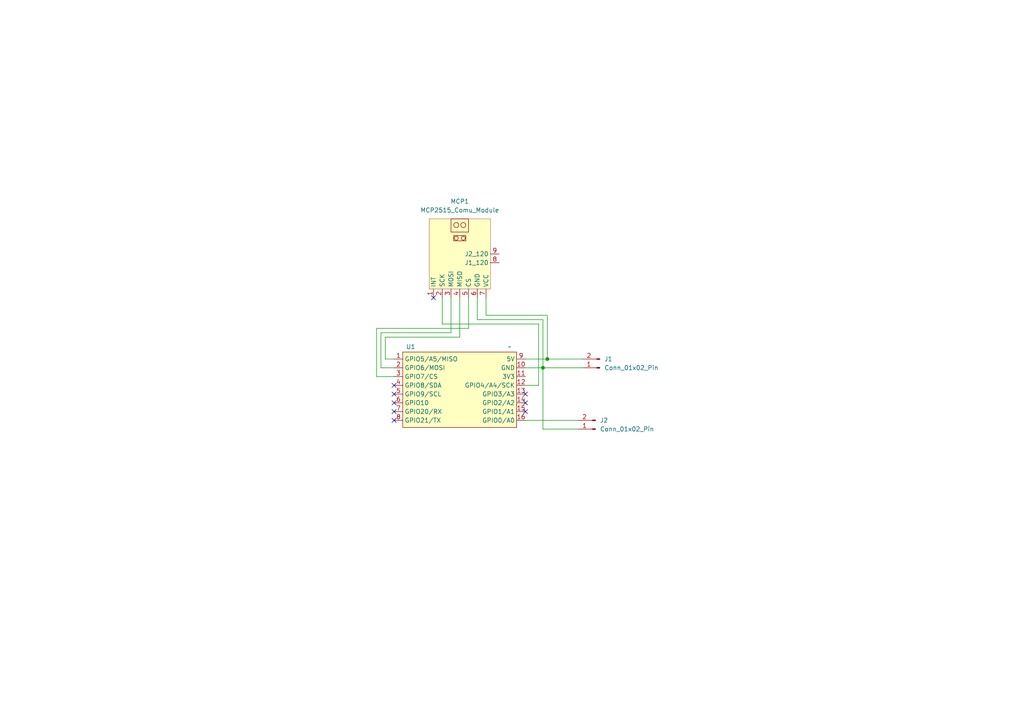
<source format=kicad_sch>
(kicad_sch (version 20250114) (generator "eeschema") (generator_version "9.0")
  (paper "A4")
  (title_block (title "Sensor RPM") (date "2026-01-16") (rev "0.1"))
  (lib_symbols
    (symbol "Connector:Conn_01x02_Pin" (pin_names (offset 1.016) (hide yes))
      (property "Reference" "J" (at 0 2.54 0))
      (property "Value" "Conn_01x02_Pin" (at 0 -5.08 0))
      (symbol "Conn_01x02_Pin_1_1"
        (rectangle (start 0.8636 0.127) (end 0 -0.127) (stroke (width 0.1524)) (fill (type outline)))
        (rectangle (start 0.8636 -2.413) (end 0 -2.667) (stroke (width 0.1524)) (fill (type outline)))
        (polyline (pts (xy 1.27 0) (xy 0.8636 0)) (stroke (width 0.1524)))
        (polyline (pts (xy 1.27 -2.54) (xy 0.8636 -2.54)) (stroke (width 0.1524)))
        (pin passive line (at 5.08 0 180) (length 3.81) (name "Pin_1") (number "1"))
        (pin passive line (at 5.08 -2.54 180) (length 3.81) (name "Pin_2") (number "2"))
      )
    )
    (symbol "FSAE_Library:ESP32_C3_SM"
      (property "Reference" "U" (at -1.27 13.716 0))
      (symbol "ESP32_C3_SM_1_1"
        (rectangle (start -16.51 10.922) (end 16.51 -10.922) (fill (type background)))
        (pin bidirectional line (at -19.05 8.89 0) (length 2.54) (name "GPIO5/A5/MISO") (number "1"))
        (pin bidirectional line (at -19.05 6.35 0) (length 2.54) (name "GPIO6/MOSI") (number "2"))
        (pin bidirectional line (at -19.05 3.81 0) (length 2.54) (name "GPIO7/CS") (number "3"))
        (pin bidirectional line (at -19.05 1.27 0) (length 2.54) (name "GPIO8/SDA") (number "4"))
        (pin bidirectional line (at -19.05 -1.27 0) (length 2.54) (name "GPIO9/SCL") (number "5"))
        (pin bidirectional line (at -19.05 -3.81 0) (length 2.54) (name "GPIO10") (number "6"))
        (pin bidirectional line (at -19.05 -6.35 0) (length 2.54) (name "GPIO20/RX") (number "7"))
        (pin bidirectional line (at -19.05 -8.89 0) (length 2.54) (name "GPIO21/TX") (number "8"))
        (pin power_out line (at 19.05 8.89 180) (length 2.54) (name "5V") (number "9"))
        (pin power_out line (at 19.05 6.35 180) (length 2.54) (name "GND") (number "10"))
        (pin power_out line (at 19.05 3.81 180) (length 2.54) (name "3V3") (number "11"))
        (pin bidirectional line (at 19.05 1.27 180) (length 2.54) (name "GPIO4/A4/SCK") (number "12"))
        (pin bidirectional line (at 19.05 -1.27 180) (length 2.54) (name "GPIO3/A3") (number "13"))
        (pin bidirectional line (at 19.05 -3.81 180) (length 2.54) (name "GPIO2/A2") (number "14"))
        (pin bidirectional line (at 19.05 -6.35 180) (length 2.54) (name "GPIO1/A1") (number "15"))
        (pin bidirectional line (at 19.05 -8.89 180) (length 2.54) (name "GPIO0/A0") (number "16"))
      )
    )
    (symbol "FSAE_Library:MCP2515_Comu_Module"
      (property "Reference" "MCP" (at -8.382 12.7 0))
      (property "Value" "MCP2515_Comu_Module" (at 1.016 10.668 0))
      (symbol "MCP2515_Comu_Module_1_1"
        (rectangle (start -10.16 8.89) (end 10.16 -8.89) (stroke (width 0.0762)) (fill (type background)))
        (rectangle (start 3.81 1.778) (end 5.334 -1.778))
        (circle (center 4.572 1.016) (radius 0.568))
        (circle (center 4.572 -1.016) (radius 0.568))
        (circle (center 8.382 1.016) (radius 0.7184))
        (circle (center 8.382 -1.016) (radius 0.7184))
        (rectangle (start 10.16 2.54) (end 6.35 -2.54))
        (pin output line (at -12.7 7.62 0) (length 2.54) (name "INT") (number "1"))
        (pin input line (at -12.7 5.08 0) (length 2.54) (name "SCK") (number "2"))
        (pin input line (at -12.7 2.54 0) (length 2.54) (name "MOSI") (number "3"))
        (pin output line (at -12.7 0 0) (length 2.54) (name "MISO") (number "4"))
        (pin input line (at -12.7 -2.54 0) (length 2.54) (name "CS") (number "5"))
        (pin power_in line (at -12.7 -5.08 0) (length 2.54) (name "GND") (number "6"))
        (pin power_in line (at -12.7 -7.62 0) (length 2.54) (name "VCC") (number "7"))
        (pin passive line (at -2.54 -11.43 90) (length 2.54) (name "J1_120") (number "8"))
        (pin passive line (at 0 -11.43 90) (length 2.54) (name "J2_120") (number "9"))
      )
    )
  )
  (junction (at 158.75 104.14))
  (junction (at 157.48 106.68))
  (no_connect (at 114.3 119.38))
  (no_connect (at 114.3 121.92))
  (no_connect (at 152.4 114.3))
  (no_connect (at 152.4 116.84))
  (no_connect (at 114.3 111.76))
  (no_connect (at 152.4 119.38))
  (no_connect (at 114.3 114.3))
  (no_connect (at 125.73 86.36))
  (no_connect (at 114.3 116.84))
  (wire (pts (xy 109.22 109.22) (xy 109.22 95.25)))
  (wire (pts (xy 158.75 104.14) (xy 158.75 91.44)))
  (wire (pts (xy 135.89 95.25) (xy 135.89 86.36)))
  (wire (pts (xy 114.3 104.14) (xy 111.76 104.14)))
  (wire (pts (xy 114.3 109.22) (xy 109.22 109.22)))
  (wire (pts (xy 110.49 96.52) (xy 130.81 96.52)))
  (wire (pts (xy 109.22 95.25) (xy 135.89 95.25)))
  (wire (pts (xy 110.49 106.68) (xy 110.49 96.52)))
  (wire (pts (xy 156.21 111.76) (xy 156.21 93.98)))
  (wire (pts (xy 157.48 92.71) (xy 157.48 106.68)))
  (wire (pts (xy 157.48 106.68) (xy 157.48 124.46)))
  (wire (pts (xy 138.43 92.71) (xy 157.48 92.71)))
  (wire (pts (xy 140.97 91.44) (xy 140.97 86.36)))
  (wire (pts (xy 152.4 111.76) (xy 156.21 111.76)))
  (wire (pts (xy 111.76 104.14) (xy 111.76 97.79)))
  (wire (pts (xy 157.48 124.46) (xy 167.64 124.46)))
  (wire (pts (xy 128.27 93.98) (xy 128.27 86.36)))
  (wire (pts (xy 158.75 104.14) (xy 168.91 104.14)))
  (wire (pts (xy 130.81 96.52) (xy 130.81 86.36)))
  (wire (pts (xy 133.35 97.79) (xy 133.35 86.36)))
  (wire (pts (xy 111.76 97.79) (xy 133.35 97.79)))
  (wire (pts (xy 152.4 121.92) (xy 167.64 121.92)))
  (wire (pts (xy 114.3 106.68) (xy 110.49 106.68)))
  (wire (pts (xy 158.75 91.44) (xy 140.97 91.44)))
  (wire (pts (xy 156.21 93.98) (xy 128.27 93.98)))
  (wire (pts (xy 152.4 104.14) (xy 158.75 104.14)))
  (wire (pts (xy 157.48 106.68) (xy 168.91 106.68)))
  (wire (pts (xy 138.43 86.36) (xy 138.43 92.71)))
  (wire (pts (xy 157.48 106.68) (xy 152.4 106.68)))
  (symbol (lib_id "Connector:Conn_01x02_Pin") (at 173.99 106.68 180) (unit 1)
    (property "Reference" "J1" (at 175.26 104.1399 0) (effects (justify right)))
    (property "Value" "Conn_01x02_Pin" (at 175.26 106.6799 0) (effects (justify right)))
    (property "Footprint" "Connector_AMASS:AMASS_XT30U-F_1x02_P5.0mm_Vertical" (effects (hide yes)))
    (property "Description" "Generic connector, single row, 01x02, script generated" (effects (hide yes)))
  )
  (symbol (lib_id "FSAE_Library:ESP32_C3_SM") (at 133.35 113.03 0) (unit 1)
    (property "Reference" "U1" (at 119.126 100.584 0))
    (property "Value" "~" (at 147.828 100.584 0))
    (property "Footprint" "FSAE_Library:ESP32 C3 SM" (effects (hide yes)))
  )
  (symbol (lib_id "Connector:Conn_01x02_Pin") (at 172.72 124.46 180) (unit 1)
    (property "Reference" "J2" (at 173.99 121.9199 0) (effects (justify right)))
    (property "Value" "Conn_01x02_Pin" (at 173.99 124.4599 0) (effects (justify right)))
    (property "Footprint" "Connector_AMASS:AMASS_XT30U-F_1x02_P5.0mm_Vertical" (effects (hide yes)))
    (property "Description" "Generic connector, single row, 01x02, script generated" (effects (hide yes)))
  )
  (symbol (lib_id "FSAE_Library:MCP2515_Comu_Module") (at 133.35 73.66 90) (unit 1)
    (property "Reference" "MCP1" (at 133.35 58.42 90))
    (property "Value" "MCP2515_Comu_Module" (at 133.35 60.96 90))
    (property "Footprint" "FSAE_Library:MCP2515_Comun_Module" (effects (hide yes)))
  )
)
</source>
